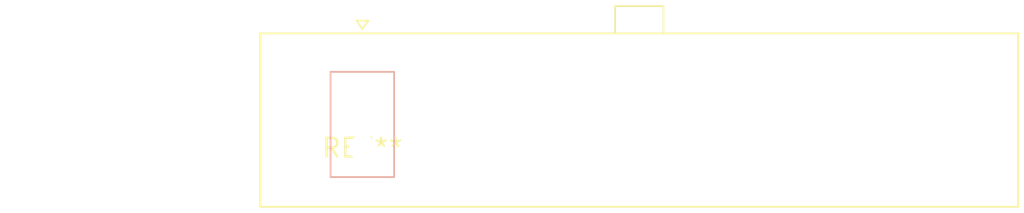
<source format=kicad_pcb>
(kicad_pcb (version 20240108) (generator pcbnew)
  (layers (0 "F.Cu" signal) (31 "B.Cu" signal) (34 "B.Paste" user) (35 "F.Paste" user) (36 "B.SilkS" user "B.Silkscreen") (37 "F.SilkS" user "F.Silkscreen") (38 "B.Mask" user) (39 "F.Mask" user) (44 "Edge.Cuts" user))
  (net 0 "")
  (footprint "Molex_Sabre_43160-2106_1x06_P7.49mm_Vertical" (layer "F.Cu") (at 0 0)
    (property "Reference" "REF**")
    (property "Value" "Molex_Sabre_43160-2106_1x06_P7.49mm_Vertical")
    (fp_line (start -2.15 -5.155) (end -2.15 1.975) (layer "B.SilkS") (stroke (width 0.12)))
    (fp_line (start -2.15 1.975) (end 2.15 1.975) (layer "B.SilkS") (stroke (width 0.12)))
    (fp_line (start 2.15 -5.155) (end -2.15 -5.155) (layer "B.SilkS") (stroke (width 0.12)))
    (fp_line (start 2.15 1.975) (end 2.15 -5.155) (layer "B.SilkS") (stroke (width 0.12)))
    (fp_line (start -6.9 -7.76) (end -6.9 3.99) (layer "F.SilkS") (stroke (width 0.12)))
    (fp_line (start -6.9 3.99) (end 44.35 3.99) (layer "F.SilkS") (stroke (width 0.12)))
    (fp_line (start -0.4 -8.625685) (end 0 -8.06) (layer "F.SilkS") (stroke (width 0.12)))
    (fp_line (start 0 -8.06) (end 0.4 -8.625685) (layer "F.SilkS") (stroke (width 0.12)))
    (fp_line (start 0.4 -8.625685) (end -0.4 -8.625685) (layer "F.SilkS") (stroke (width 0.12)))
    (fp_line (start 17.09 -9.61) (end 20.36 -9.61) (layer "F.SilkS") (stroke (width 0.12)))
    (fp_line (start 17.09 -7.76) (end 17.09 -9.61) (layer "F.SilkS") (stroke (width 0.12)))
    (fp_line (start 20.36 -9.61) (end 20.36 -7.76) (layer "F.SilkS") (stroke (width 0.12)))
    (fp_line (start 44.35 -7.76) (end -6.9 -7.76) (layer "F.SilkS") (stroke (width 0.12)))
    (fp_line (start 44.35 3.99) (end 44.35 -7.76) (layer "F.SilkS") (stroke (width 0.12)))
    (pad "" thru_hole circle (at -4.75 -3.43) (size 4 4) (drill 3) (layers *.Cu *.Mask) (remove_unused_layers))
    (pad "" thru_hole circle (at 42.2 -3.43) (size 4 4) (drill 3) (layers *.Cu *.Mask) (remove_unused_layers))
    (pad "1" thru_hole rect (at 0 -3.18) (size 3.78 3.43) (drill 1.78) (layers *.Cu *.Mask) (remove_unused_layers))
    (pad "1" thru_hole rect (at 0 0) (size 3.78 3.43) (drill 1.78) (layers *.Cu *.Mask) (remove_unused_layers))
    (pad "2" thru_hole rect (at 7.49 -3.18) (size 3.78 3.43) (drill 1.78) (layers *.Cu *.Mask) (remove_unused_layers))
    (pad "2" thru_hole rect (at 7.49 0) (size 3.78 3.43) (drill 1.78) (layers *.Cu *.Mask) (remove_unused_layers))
    (pad "3" thru_hole rect (at 14.98 -3.18) (size 3.78 3.43) (drill 1.78) (layers *.Cu *.Mask) (remove_unused_layers))
    (pad "3" thru_hole rect (at 14.98 0) (size 3.78 3.43) (drill 1.78) (layers *.Cu *.Mask) (remove_unused_layers))
    (pad "4" thru_hole rect (at 22.47 -3.18) (size 3.78 3.43) (drill 1.78) (layers *.Cu *.Mask) (remove_unused_layers))
    (pad "4" thru_hole rect (at 22.47 0) (size 3.78 3.43) (drill 1.78) (layers *.Cu *.Mask) (remove_unused_layers))
    (pad "5" thru_hole rect (at 29.96 -3.18) (size 3.78 3.43) (drill 1.78) (layers *.Cu *.Mask) (remove_unused_layers))
    (pad "5" thru_hole rect (at 29.96 0) (size 3.78 3.43) (drill 1.78) (layers *.Cu *.Mask) (remove_unused_layers))
    (pad "6" thru_hole rect (at 37.45 -3.18) (size 3.78 3.43) (drill 1.78) (layers *.Cu *.Mask) (remove_unused_layers))
    (pad "6" thru_hole rect (at 37.45 0) (size 3.78 3.43) (drill 1.78) (layers *.Cu *.Mask) (remove_unused_layers))
  )
)
</source>
